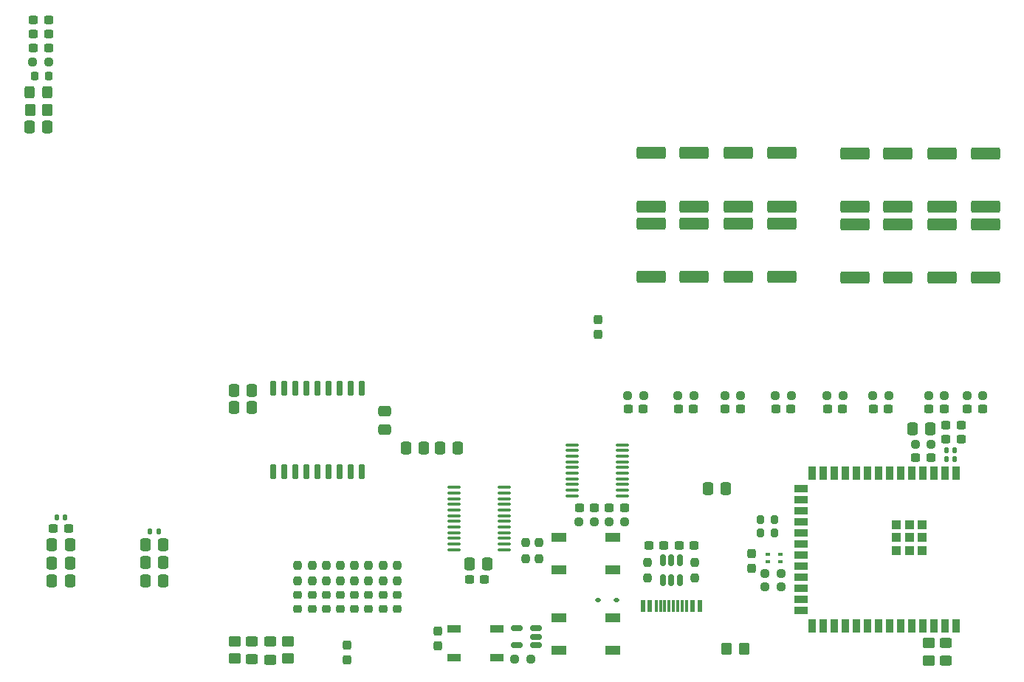
<source format=gbr>
%TF.GenerationSoftware,KiCad,Pcbnew,8.0.4*%
%TF.CreationDate,2024-09-09T03:46:58+02:00*%
%TF.ProjectId,hamodule,68616d6f-6475-46c6-952e-6b696361645f,20240908.24.8-1*%
%TF.SameCoordinates,Original*%
%TF.FileFunction,Paste,Top*%
%TF.FilePolarity,Positive*%
%FSLAX46Y46*%
G04 Gerber Fmt 4.6, Leading zero omitted, Abs format (unit mm)*
G04 Created by KiCad (PCBNEW 8.0.4) date 2024-09-09 03:46:58*
%MOMM*%
%LPD*%
G01*
G04 APERTURE LIST*
G04 Aperture macros list*
%AMRoundRect*
0 Rectangle with rounded corners*
0 $1 Rounding radius*
0 $2 $3 $4 $5 $6 $7 $8 $9 X,Y pos of 4 corners*
0 Add a 4 corners polygon primitive as box body*
4,1,4,$2,$3,$4,$5,$6,$7,$8,$9,$2,$3,0*
0 Add four circle primitives for the rounded corners*
1,1,$1+$1,$2,$3*
1,1,$1+$1,$4,$5*
1,1,$1+$1,$6,$7*
1,1,$1+$1,$8,$9*
0 Add four rect primitives between the rounded corners*
20,1,$1+$1,$2,$3,$4,$5,0*
20,1,$1+$1,$4,$5,$6,$7,0*
20,1,$1+$1,$6,$7,$8,$9,0*
20,1,$1+$1,$8,$9,$2,$3,0*%
G04 Aperture macros list end*
%ADD10RoundRect,0.249999X-1.425001X0.450001X-1.425001X-0.450001X1.425001X-0.450001X1.425001X0.450001X0*%
%ADD11RoundRect,0.250000X0.450000X-0.325000X0.450000X0.325000X-0.450000X0.325000X-0.450000X-0.325000X0*%
%ADD12RoundRect,0.250000X0.450000X-0.350000X0.450000X0.350000X-0.450000X0.350000X-0.450000X-0.350000X0*%
%ADD13RoundRect,0.250000X0.337500X0.475000X-0.337500X0.475000X-0.337500X-0.475000X0.337500X-0.475000X0*%
%ADD14RoundRect,0.237500X-0.250000X-0.237500X0.250000X-0.237500X0.250000X0.237500X-0.250000X0.237500X0*%
%ADD15RoundRect,0.237500X0.300000X0.237500X-0.300000X0.237500X-0.300000X-0.237500X0.300000X-0.237500X0*%
%ADD16R,1.800000X1.100000*%
%ADD17RoundRect,0.237500X-0.300000X-0.237500X0.300000X-0.237500X0.300000X0.237500X-0.300000X0.237500X0*%
%ADD18RoundRect,0.237500X-0.237500X0.300000X-0.237500X-0.300000X0.237500X-0.300000X0.237500X0.300000X0*%
%ADD19RoundRect,0.150000X0.150000X-0.725000X0.150000X0.725000X-0.150000X0.725000X-0.150000X-0.725000X0*%
%ADD20RoundRect,0.237500X0.237500X-0.250000X0.237500X0.250000X-0.237500X0.250000X-0.237500X-0.250000X0*%
%ADD21RoundRect,0.218750X0.256250X-0.218750X0.256250X0.218750X-0.256250X0.218750X-0.256250X-0.218750X0*%
%ADD22RoundRect,0.150000X0.512500X0.150000X-0.512500X0.150000X-0.512500X-0.150000X0.512500X-0.150000X0*%
%ADD23RoundRect,0.200000X0.200000X0.275000X-0.200000X0.275000X-0.200000X-0.275000X0.200000X-0.275000X0*%
%ADD24R,0.900000X1.500000*%
%ADD25R,1.500000X0.900000*%
%ADD26R,1.000000X1.000000*%
%ADD27RoundRect,0.100000X0.637500X0.100000X-0.637500X0.100000X-0.637500X-0.100000X0.637500X-0.100000X0*%
%ADD28RoundRect,0.237500X0.237500X-0.300000X0.237500X0.300000X-0.237500X0.300000X-0.237500X-0.300000X0*%
%ADD29RoundRect,0.250000X-0.450000X0.325000X-0.450000X-0.325000X0.450000X-0.325000X0.450000X0.325000X0*%
%ADD30RoundRect,0.250000X-0.337500X-0.475000X0.337500X-0.475000X0.337500X0.475000X-0.337500X0.475000X0*%
%ADD31RoundRect,0.112500X-0.187500X-0.112500X0.187500X-0.112500X0.187500X0.112500X-0.187500X0.112500X0*%
%ADD32RoundRect,0.250000X0.350000X0.450000X-0.350000X0.450000X-0.350000X-0.450000X0.350000X-0.450000X0*%
%ADD33RoundRect,0.140000X-0.140000X-0.170000X0.140000X-0.170000X0.140000X0.170000X-0.140000X0.170000X0*%
%ADD34R,0.600000X1.450000*%
%ADD35R,0.300000X1.450000*%
%ADD36RoundRect,0.250000X0.325000X0.450000X-0.325000X0.450000X-0.325000X-0.450000X0.325000X-0.450000X0*%
%ADD37RoundRect,0.250000X-0.475000X0.337500X-0.475000X-0.337500X0.475000X-0.337500X0.475000X0.337500X0*%
%ADD38RoundRect,0.140000X0.140000X0.170000X-0.140000X0.170000X-0.140000X-0.170000X0.140000X-0.170000X0*%
%ADD39RoundRect,0.250000X-0.350000X-0.450000X0.350000X-0.450000X0.350000X0.450000X-0.350000X0.450000X0*%
%ADD40R,0.500000X0.300000*%
%ADD41RoundRect,0.150000X0.150000X-0.512500X0.150000X0.512500X-0.150000X0.512500X-0.150000X-0.512500X0*%
%ADD42RoundRect,0.237500X0.250000X0.237500X-0.250000X0.237500X-0.250000X-0.237500X0.250000X-0.237500X0*%
%ADD43RoundRect,0.237500X-0.237500X0.250000X-0.237500X-0.250000X0.237500X-0.250000X0.237500X0.250000X0*%
%ADD44RoundRect,0.218750X0.218750X0.256250X-0.218750X0.256250X-0.218750X-0.256250X0.218750X-0.256250X0*%
G04 APERTURE END LIST*
D10*
%TO.C,R12*%
X76275000Y59056900D03*
X76275000Y52956900D03*
%TD*%
%TO.C,R11*%
X81228000Y59056900D03*
X81228000Y52956900D03*
%TD*%
%TO.C,R19*%
X81228000Y51005100D03*
X81228000Y44905100D03*
%TD*%
%TO.C,R20*%
X76275000Y51005100D03*
X76275000Y44905100D03*
%TD*%
D11*
%TO.C,D2*%
X30524000Y993400D03*
X30524000Y3043400D03*
%TD*%
D12*
%TO.C,R7*%
X28524000Y1068400D03*
X28524000Y3068400D03*
%TD*%
D13*
%TO.C,C14*%
X9644200Y14098600D03*
X7569200Y14098600D03*
%TD*%
%TO.C,C8*%
X20361500Y12068400D03*
X18286500Y12068400D03*
%TD*%
D10*
%TO.C,R21*%
X91286400Y51005100D03*
X91286400Y44905100D03*
%TD*%
%TO.C,R10*%
X86257200Y59056900D03*
X86257200Y52956900D03*
%TD*%
%TO.C,R9*%
X91286400Y59056900D03*
X91286400Y52956900D03*
%TD*%
%TO.C,R22*%
X86257200Y51005100D03*
X86257200Y44905100D03*
%TD*%
D14*
%TO.C,R1*%
X106588402Y25681201D03*
X108413402Y25681201D03*
%TD*%
D15*
%TO.C,C3*%
X108350902Y24157201D03*
X106625902Y24157201D03*
%TD*%
D16*
%TO.C,SW2*%
X65671000Y14968400D03*
X71871000Y14968400D03*
X65671000Y11268400D03*
X71871000Y11268400D03*
%TD*%
%TO.C,SW3*%
X65669800Y5765800D03*
X71869800Y5765800D03*
X65669800Y2065800D03*
X71869800Y2065800D03*
%TD*%
D17*
%TO.C,C6*%
X110099000Y26268400D03*
X111824000Y26268400D03*
%TD*%
D18*
%TO.C,C30*%
X87779402Y13161201D03*
X87779402Y11436201D03*
%TD*%
D15*
%TO.C,C11*%
X77724000Y14078701D03*
X75999000Y14078701D03*
%TD*%
D11*
%TO.C,D3*%
X32624000Y968400D03*
X32624000Y3018400D03*
%TD*%
D19*
%TO.C,U11*%
X32964000Y22543400D03*
X34234000Y22543400D03*
X35504000Y22543400D03*
X36774000Y22543400D03*
X38044000Y22543400D03*
X39314000Y22543400D03*
X40584000Y22543400D03*
X41854000Y22543400D03*
X43124000Y22543400D03*
X43124000Y32093400D03*
X41854000Y32093400D03*
X40584000Y32093400D03*
X39314000Y32093400D03*
X38044000Y32093400D03*
X36774000Y32093400D03*
X35504000Y32093400D03*
X34234000Y32093400D03*
X32964000Y32093400D03*
%TD*%
D20*
%TO.C,R46*%
X37396000Y9965496D03*
X37396000Y11790496D03*
%TD*%
%TO.C,R45*%
X35770400Y9967396D03*
X35770400Y11792396D03*
%TD*%
D10*
%TO.C,R25*%
X104583200Y50900600D03*
X104583200Y44800600D03*
%TD*%
D17*
%TO.C,C25*%
X96524002Y29707101D03*
X98249002Y29707101D03*
%TD*%
D15*
%TO.C,C40*%
X7174000Y72718400D03*
X5449000Y72718400D03*
%TD*%
D10*
%TO.C,R15*%
X104583200Y59032600D03*
X104583200Y52932600D03*
%TD*%
D21*
%TO.C,D5*%
X35770400Y6790296D03*
X35770400Y8365296D03*
%TD*%
D17*
%TO.C,C23*%
X108156102Y29707101D03*
X109881102Y29707101D03*
%TD*%
D12*
%TO.C,R8*%
X34624000Y1068400D03*
X34624000Y3068400D03*
%TD*%
D14*
%TO.C,R32*%
X84738626Y31255920D03*
X86563626Y31255920D03*
%TD*%
D20*
%TO.C,R50*%
X43898400Y9967396D03*
X43898400Y11792396D03*
%TD*%
%TO.C,R49*%
X42272800Y9965496D03*
X42272800Y11790496D03*
%TD*%
D10*
%TO.C,R26*%
X99644200Y50852800D03*
X99644200Y44752800D03*
%TD*%
D14*
%TO.C,R34*%
X73611526Y31255920D03*
X75436526Y31255920D03*
%TD*%
D22*
%TO.C,U10*%
X63124000Y2641600D03*
X63124000Y3591600D03*
X63124000Y4541600D03*
X60849000Y4541600D03*
X60849000Y2641600D03*
%TD*%
D23*
%TO.C,R5*%
X90454402Y16988701D03*
X88804402Y16988701D03*
%TD*%
D14*
%TO.C,R27*%
X112511500Y31231101D03*
X114336500Y31231101D03*
%TD*%
D10*
%TO.C,R16*%
X99644200Y58982800D03*
X99644200Y52882800D03*
%TD*%
D23*
%TO.C,R6*%
X90454402Y15513701D03*
X88804402Y15513701D03*
%TD*%
D24*
%TO.C,U3*%
X111239402Y22348701D03*
X109969402Y22348701D03*
X108699402Y22348701D03*
X107429402Y22348701D03*
X106159402Y22348701D03*
X104889402Y22348701D03*
X103619402Y22348701D03*
X102349402Y22348701D03*
X101079402Y22348701D03*
X99809402Y22348701D03*
X98539402Y22348701D03*
X97269402Y22348701D03*
X95999402Y22348701D03*
X94729402Y22348701D03*
D25*
X93479402Y20583701D03*
X93479402Y19313701D03*
X93479402Y18043701D03*
X93479402Y16773701D03*
X93479402Y15503701D03*
X93479402Y14233701D03*
X93479402Y12963701D03*
X93479402Y11693701D03*
X93479402Y10423701D03*
X93479402Y9153701D03*
X93479402Y7883701D03*
X93479402Y6613701D03*
D24*
X94729402Y4848701D03*
X95999402Y4848701D03*
X97269402Y4848701D03*
X98539402Y4848701D03*
X99809402Y4848701D03*
X101079402Y4848701D03*
X102349402Y4848701D03*
X103619402Y4848701D03*
X104889402Y4848701D03*
X106159402Y4848701D03*
X107429402Y4848701D03*
X108699402Y4848701D03*
X109969402Y4848701D03*
X111239402Y4848701D03*
D26*
X107389402Y16458701D03*
X105889402Y16458701D03*
X104389402Y16458701D03*
X107389402Y14958701D03*
X105889402Y14958701D03*
X104389402Y14958701D03*
X107389402Y13458701D03*
X105889402Y13458701D03*
X104389402Y13458701D03*
%TD*%
D10*
%TO.C,R13*%
X114616200Y59032600D03*
X114616200Y52932600D03*
%TD*%
D21*
%TO.C,D10*%
X43898400Y6790396D03*
X43898400Y8365396D03*
%TD*%
D27*
%TO.C,U12*%
X59449000Y13568400D03*
X59449000Y14218400D03*
X59449000Y14868400D03*
X59449000Y15518400D03*
X59449000Y16168400D03*
X59449000Y16818400D03*
X59449000Y17468400D03*
X59449000Y18118400D03*
X59449000Y18768400D03*
X59449000Y19418400D03*
X59449000Y20068400D03*
X59449000Y20718400D03*
X53724000Y20718400D03*
X53724000Y20068400D03*
X53724000Y19418400D03*
X53724000Y18768400D03*
X53724000Y18118400D03*
X53724000Y17468400D03*
X53724000Y16818400D03*
X53724000Y16168400D03*
X53724000Y15518400D03*
X53724000Y14868400D03*
X53724000Y14218400D03*
X53724000Y13568400D03*
%TD*%
D14*
%TO.C,R44*%
X60659400Y1051600D03*
X62484400Y1051600D03*
%TD*%
D28*
%TO.C,C31*%
X51839200Y2540700D03*
X51839200Y4265700D03*
%TD*%
D14*
%TO.C,R29*%
X101706402Y31231101D03*
X103531402Y31231101D03*
%TD*%
D29*
%TO.C,D13*%
X110058200Y2879200D03*
X110058200Y829200D03*
%TD*%
D30*
%TO.C,C35*%
X48149000Y25268400D03*
X50224000Y25268400D03*
%TD*%
D17*
%TO.C,C34*%
X55449000Y10168400D03*
X57174000Y10168400D03*
%TD*%
D31*
%TO.C,D1*%
X70174000Y7768400D03*
X72274000Y7768400D03*
%TD*%
D10*
%TO.C,R14*%
X109637800Y59032600D03*
X109637800Y52932600D03*
%TD*%
D15*
%TO.C,C22*%
X114286500Y29707101D03*
X112561500Y29707101D03*
%TD*%
D13*
%TO.C,C15*%
X9644200Y12041200D03*
X7569200Y12041200D03*
%TD*%
D17*
%TO.C,C42*%
X5449000Y71118400D03*
X7174000Y71118400D03*
%TD*%
D32*
%TO.C,R55*%
X7074000Y64018400D03*
X5074000Y64018400D03*
%TD*%
D33*
%TO.C,C44*%
X110144000Y24968400D03*
X111104000Y24968400D03*
%TD*%
D34*
%TO.C,J3*%
X75355402Y7137801D03*
X76155402Y7137801D03*
D35*
X77355402Y7137801D03*
X78355402Y7137801D03*
X78855402Y7137801D03*
X79855402Y7137801D03*
D34*
X81055402Y7137801D03*
X81855402Y7137801D03*
X81855402Y7137801D03*
X81055402Y7137801D03*
D35*
X80355402Y7137801D03*
X79355402Y7137801D03*
X77855402Y7137801D03*
X76855402Y7137801D03*
D34*
X76155402Y7137801D03*
X75355402Y7137801D03*
%TD*%
D14*
%TO.C,R31*%
X90529826Y31255920D03*
X92354826Y31255920D03*
%TD*%
D17*
%TO.C,C47*%
X71486500Y18368400D03*
X73211500Y18368400D03*
%TD*%
D14*
%TO.C,R36*%
X67986500Y16768400D03*
X69811500Y16768400D03*
%TD*%
D20*
%TO.C,R47*%
X39021600Y9965496D03*
X39021600Y11790496D03*
%TD*%
D17*
%TO.C,C27*%
X84785626Y29731920D03*
X86510626Y29731920D03*
%TD*%
D21*
%TO.C,D12*%
X47149600Y6790396D03*
X47149600Y8365396D03*
%TD*%
D27*
%TO.C,U9*%
X72986500Y19743400D03*
X72986500Y20393400D03*
X72986500Y21043400D03*
X72986500Y21693400D03*
X72986500Y22343400D03*
X72986500Y22993400D03*
X72986500Y23643400D03*
X72986500Y24293400D03*
X72986500Y24943400D03*
X72986500Y25593400D03*
X67261500Y25593400D03*
X67261500Y24943400D03*
X67261500Y24293400D03*
X67261500Y23643400D03*
X67261500Y22993400D03*
X67261500Y22343400D03*
X67261500Y21693400D03*
X67261500Y21043400D03*
X67261500Y20393400D03*
X67261500Y19743400D03*
%TD*%
D17*
%TO.C,C28*%
X79402600Y29731920D03*
X81127600Y29731920D03*
%TD*%
D13*
%TO.C,C10*%
X20353700Y10004400D03*
X18278700Y10004400D03*
%TD*%
D14*
%TO.C,R30*%
X96474002Y31231101D03*
X98299002Y31231101D03*
%TD*%
D36*
%TO.C,D14*%
X7074000Y66018400D03*
X5024000Y66018400D03*
%TD*%
D21*
%TO.C,D6*%
X37396000Y6790396D03*
X37396000Y8365396D03*
%TD*%
D18*
%TO.C,C33*%
X41427400Y2615100D03*
X41427400Y890100D03*
%TD*%
D30*
%TO.C,C38*%
X82799000Y20568400D03*
X84874000Y20568400D03*
%TD*%
D20*
%TO.C,R52*%
X47149600Y9967396D03*
X47149600Y11792396D03*
%TD*%
D17*
%TO.C,C24*%
X101756402Y29707101D03*
X103481402Y29707101D03*
%TD*%
D30*
%TO.C,C36*%
X52049000Y25268400D03*
X54124000Y25268400D03*
%TD*%
D15*
%TO.C,C26*%
X92301826Y29731920D03*
X90576826Y29731920D03*
%TD*%
D37*
%TO.C,C37*%
X45724000Y29443400D03*
X45724000Y27368400D03*
%TD*%
D25*
%TO.C,D4*%
X53724000Y4518400D03*
X53724000Y1218400D03*
X58624000Y1218400D03*
X58624000Y4518400D03*
%TD*%
D14*
%TO.C,R35*%
X71424000Y16768400D03*
X73249000Y16768400D03*
%TD*%
D20*
%TO.C,R4*%
X81309402Y10296201D03*
X81309402Y12121201D03*
%TD*%
D38*
%TO.C,C49*%
X9084000Y17268400D03*
X8124000Y17268400D03*
%TD*%
D20*
%TO.C,R51*%
X45524000Y9967396D03*
X45524000Y11792396D03*
%TD*%
D15*
%TO.C,C46*%
X69811500Y18368400D03*
X68086500Y18368400D03*
%TD*%
%TO.C,C17*%
X9449000Y15968400D03*
X7724000Y15968400D03*
%TD*%
D13*
%TO.C,C21*%
X30524000Y29868400D03*
X28449000Y29868400D03*
%TD*%
D39*
%TO.C,R2*%
X84944200Y2184400D03*
X86944200Y2184400D03*
%TD*%
D40*
%TO.C,U8*%
X91089402Y12205101D03*
X91089402Y13005101D03*
X89689402Y13005101D03*
X89689402Y12205101D03*
%TD*%
D21*
%TO.C,D8*%
X40647200Y6790396D03*
X40647200Y8365396D03*
%TD*%
D41*
%TO.C,U2*%
X77659402Y10101201D03*
X78609402Y10101201D03*
X79559402Y10101201D03*
X79559402Y12376201D03*
X78609402Y12376201D03*
X77659402Y12376201D03*
%TD*%
D17*
%TO.C,C13*%
X79499000Y14078701D03*
X81224000Y14078701D03*
%TD*%
D30*
%TO.C,C41*%
X4999000Y62018400D03*
X7074000Y62018400D03*
%TD*%
D14*
%TO.C,R17*%
X89358502Y10795000D03*
X91183502Y10795000D03*
%TD*%
D13*
%TO.C,C16*%
X9644200Y10009200D03*
X7569200Y10009200D03*
%TD*%
D21*
%TO.C,D7*%
X39021600Y6790396D03*
X39021600Y8365396D03*
%TD*%
D10*
%TO.C,R24*%
X109637800Y50904600D03*
X109637800Y44804600D03*
%TD*%
D42*
%TO.C,R54*%
X7174000Y69518400D03*
X5349000Y69518400D03*
%TD*%
D21*
%TO.C,D9*%
X42272800Y6790396D03*
X42272800Y8365396D03*
%TD*%
D10*
%TO.C,R23*%
X114616200Y50904600D03*
X114616200Y44804600D03*
%TD*%
D17*
%TO.C,C4*%
X110099000Y27868400D03*
X111824000Y27868400D03*
%TD*%
D13*
%TO.C,C5*%
X20361500Y14168400D03*
X18286500Y14168400D03*
%TD*%
%TO.C,C20*%
X30524000Y31868400D03*
X28449000Y31868400D03*
%TD*%
D20*
%TO.C,R48*%
X40647200Y9965496D03*
X40647200Y11790496D03*
%TD*%
D33*
%TO.C,C43*%
X110144000Y23968400D03*
X111104000Y23968400D03*
%TD*%
D14*
%TO.C,R33*%
X79351926Y31267400D03*
X81176926Y31267400D03*
%TD*%
D15*
%TO.C,C39*%
X7174000Y74318400D03*
X5449000Y74318400D03*
%TD*%
D14*
%TO.C,R18*%
X89358502Y9271000D03*
X91183502Y9271000D03*
%TD*%
D43*
%TO.C,R37*%
X63424000Y14380900D03*
X63424000Y12555900D03*
%TD*%
%TO.C,R38*%
X61874000Y14368400D03*
X61874000Y12543400D03*
%TD*%
D12*
%TO.C,R53*%
X108102400Y854200D03*
X108102400Y2854200D03*
%TD*%
D20*
%TO.C,R3*%
X75839402Y10316201D03*
X75839402Y12141201D03*
%TD*%
D18*
%TO.C,C9*%
X70154000Y39953400D03*
X70154000Y38228400D03*
%TD*%
D17*
%TO.C,C29*%
X73660426Y29731920D03*
X75385426Y29731920D03*
%TD*%
D13*
%TO.C,C7*%
X108324000Y27468400D03*
X106249000Y27468400D03*
%TD*%
D38*
%TO.C,C48*%
X19784000Y15668400D03*
X18824000Y15668400D03*
%TD*%
D30*
%TO.C,C32*%
X55449000Y11918400D03*
X57524000Y11918400D03*
%TD*%
D21*
%TO.C,D11*%
X45524000Y6790396D03*
X45524000Y8365396D03*
%TD*%
D14*
%TO.C,R28*%
X108105302Y31231101D03*
X109930302Y31231101D03*
%TD*%
D44*
%TO.C,D15*%
X7174000Y67918400D03*
X5599000Y67918400D03*
%TD*%
M02*

</source>
